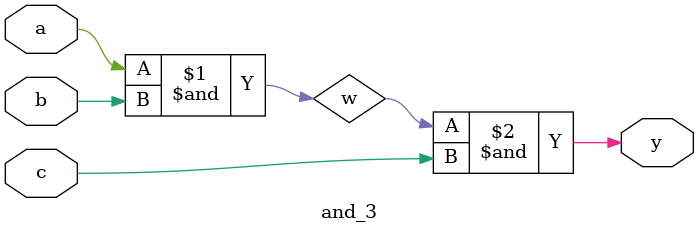
<source format=v>
module and_3(output y, input a, b, c);
	wire w;
	and and1(w, a, b);
	and and2(y, w, c);
endmodule

</source>
